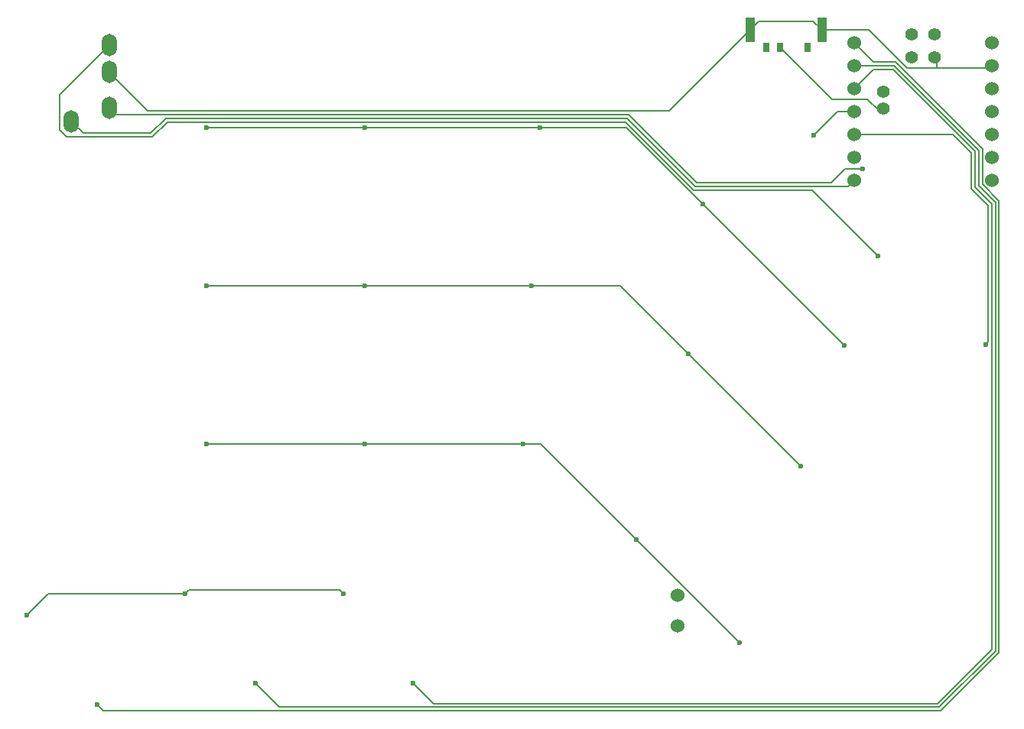
<source format=gtl>
G04 #@! TF.GenerationSoftware,KiCad,Pcbnew,8.0.7*
G04 #@! TF.CreationDate,2024-12-21T19:49:34+01:00*
G04 #@! TF.ProjectId,mint36tt_rev02_R,6d696e74-3336-4747-945f-72657630325f,0.2*
G04 #@! TF.SameCoordinates,Original*
G04 #@! TF.FileFunction,Copper,L1,Top*
G04 #@! TF.FilePolarity,Positive*
%FSLAX46Y46*%
G04 Gerber Fmt 4.6, Leading zero omitted, Abs format (unit mm)*
G04 Created by KiCad (PCBNEW 8.0.7) date 2024-12-21 19:49:34*
%MOMM*%
%LPD*%
G01*
G04 APERTURE LIST*
G04 #@! TA.AperFunction,ComponentPad*
%ADD10C,1.524000*%
G04 #@! TD*
G04 #@! TA.AperFunction,ComponentPad*
%ADD11C,1.397000*%
G04 #@! TD*
G04 #@! TA.AperFunction,ComponentPad*
%ADD12O,1.700000X2.500000*%
G04 #@! TD*
G04 #@! TA.AperFunction,SMDPad,CuDef*
%ADD13R,0.700000X1.000000*%
G04 #@! TD*
G04 #@! TA.AperFunction,SMDPad,CuDef*
%ADD14R,1.000000X2.800000*%
G04 #@! TD*
G04 #@! TA.AperFunction,ViaPad*
%ADD15C,0.600000*%
G04 #@! TD*
G04 #@! TA.AperFunction,Conductor*
%ADD16C,0.200000*%
G04 #@! TD*
G04 APERTURE END LIST*
D10*
X184855000Y-58905000D03*
X184855000Y-61445000D03*
X184855000Y-63985000D03*
X184855000Y-66525000D03*
X184855000Y-69065000D03*
X184855000Y-71605000D03*
X184855000Y-74145000D03*
X200095000Y-74145000D03*
X200095000Y-71605000D03*
X200095000Y-69065000D03*
X200095000Y-66525000D03*
X200095000Y-63985000D03*
X200095000Y-61445000D03*
X200095000Y-58905000D03*
D11*
X191205000Y-57953000D03*
X193745000Y-57953000D03*
X191205000Y-60493000D03*
X193745000Y-60493000D03*
X188030000Y-66208000D03*
X188030000Y-64303000D03*
D12*
X98175000Y-67625000D03*
X102375000Y-59125000D03*
X102375000Y-62125000D03*
X102375000Y-66125000D03*
D10*
X165275000Y-123525000D03*
X165275000Y-120125000D03*
D13*
X179650000Y-59380000D03*
X176650000Y-59380000D03*
X175150000Y-59380000D03*
D14*
X181250000Y-57480000D03*
X173300000Y-57480000D03*
D15*
X101025000Y-132225000D03*
X118525000Y-129850000D03*
X136025000Y-129850000D03*
X180362824Y-69144122D03*
X199379538Y-92325367D03*
X130625000Y-68325000D03*
X183706221Y-92423779D03*
X150017787Y-68297787D03*
X168099450Y-76793779D03*
X113125000Y-68325000D03*
X178930921Y-105799079D03*
X149101907Y-85811907D03*
X113125000Y-85825000D03*
X166460921Y-93329079D03*
X130625000Y-85825000D03*
X148186028Y-103316028D03*
X113125000Y-103325000D03*
X160751893Y-113929660D03*
X172156893Y-125343107D03*
X130625000Y-103325000D03*
X93275000Y-122300000D03*
X110775000Y-119925000D03*
X128275000Y-119925000D03*
X187443941Y-82477294D03*
X185795000Y-72885000D03*
X179650000Y-59380000D03*
D16*
X199033000Y-74584895D02*
X200875000Y-76426895D01*
X186995000Y-61045000D02*
X189455000Y-61045000D01*
X199033000Y-70623000D02*
X199033000Y-74584895D01*
X189455000Y-61045000D02*
X199033000Y-70623000D01*
X200875000Y-126455000D02*
X194430000Y-132900000D01*
X184855000Y-58905000D02*
X186995000Y-61045000D01*
X200875000Y-76426895D02*
X200875000Y-126455000D01*
X101700000Y-132900000D02*
X101025000Y-132225000D01*
X194430000Y-132900000D02*
X101700000Y-132900000D01*
X198633000Y-70788686D02*
X198633000Y-74750581D01*
X200475000Y-126289314D02*
X194264314Y-132500000D01*
X189289314Y-61445000D02*
X198633000Y-70788686D01*
X184855000Y-61445000D02*
X189289314Y-61445000D01*
X198633000Y-74750581D02*
X200475000Y-76592581D01*
X194264314Y-132500000D02*
X121175000Y-132500000D01*
X200475000Y-76592581D02*
X200475000Y-126289314D01*
X121175000Y-132500000D02*
X118525000Y-129850000D01*
X184855000Y-63985000D02*
X186995000Y-61845000D01*
X189123628Y-61845000D02*
X198233000Y-70954372D01*
X138275000Y-132100000D02*
X136025000Y-129850000D01*
X186995000Y-61845000D02*
X189123628Y-61845000D01*
X194098628Y-132100000D02*
X138275000Y-132100000D01*
X200075000Y-76758267D02*
X200075000Y-126123628D01*
X200075000Y-126123628D02*
X194098628Y-132100000D01*
X198233000Y-70954372D02*
X198233000Y-74916267D01*
X198233000Y-74916267D02*
X200075000Y-76758267D01*
X184855000Y-66525000D02*
X182981946Y-66525000D01*
X182981946Y-66525000D02*
X180362824Y-69144122D01*
X199675000Y-76923953D02*
X197833000Y-75081953D01*
X199675000Y-92029905D02*
X199675000Y-76923953D01*
X199379538Y-92325367D02*
X199675000Y-92029905D01*
X197833000Y-75081953D02*
X197833000Y-71120058D01*
X197833000Y-71120058D02*
X195777942Y-69065000D01*
X195777942Y-69065000D02*
X184855000Y-69065000D01*
X159607441Y-68325000D02*
X168076221Y-76793779D01*
X168076221Y-76793779D02*
X183706221Y-92423779D01*
X150045000Y-68325000D02*
X159607441Y-68325000D01*
X113125000Y-68325000D02*
X150045000Y-68325000D01*
X168099450Y-76793779D02*
X168076221Y-76793779D01*
X150017787Y-68297787D02*
X150045000Y-68325000D01*
X166460921Y-93329079D02*
X178930921Y-105799079D01*
X113125000Y-85825000D02*
X149115000Y-85825000D01*
X158956842Y-85825000D02*
X166460921Y-93329079D01*
X149115000Y-85825000D02*
X158956842Y-85825000D01*
X149101907Y-85811907D02*
X149115000Y-85825000D01*
X148195000Y-103325000D02*
X150138786Y-103325000D01*
X148186028Y-103316028D02*
X148195000Y-103325000D01*
X160751893Y-113929660D02*
X160751893Y-113938107D01*
X160751893Y-113938107D02*
X172156893Y-125343107D01*
X150138786Y-103325000D02*
X160751893Y-113938107D01*
X113125000Y-103325000D02*
X148195000Y-103325000D01*
X110775000Y-119925000D02*
X111189500Y-119510500D01*
X93275000Y-122300000D02*
X95650000Y-119925000D01*
X95650000Y-119925000D02*
X110775000Y-119925000D01*
X127860500Y-119510500D02*
X128275000Y-119925000D01*
X111189500Y-119510500D02*
X127860500Y-119510500D01*
X167220814Y-74807000D02*
X184193000Y-74807000D01*
X98175000Y-67625000D02*
X99475000Y-68925000D01*
X99475000Y-68925000D02*
X106975000Y-68925000D01*
X159698814Y-67285000D02*
X167220814Y-74807000D01*
X184193000Y-74807000D02*
X184855000Y-74145000D01*
X108615000Y-67285000D02*
X159698814Y-67285000D01*
X106975000Y-68925000D02*
X108615000Y-67285000D01*
X180173647Y-75207000D02*
X187443941Y-82477294D01*
X107140686Y-69325000D02*
X108780686Y-67685000D01*
X167055128Y-75207000D02*
X180173647Y-75207000D01*
X96875000Y-64625000D02*
X96875000Y-68565000D01*
X96875000Y-68565000D02*
X97635000Y-69325000D01*
X159533128Y-67685000D02*
X167055128Y-75207000D01*
X102375000Y-59125000D02*
X96875000Y-64625000D01*
X108780686Y-67685000D02*
X159533128Y-67685000D01*
X97635000Y-69325000D02*
X107140686Y-69325000D01*
X182343000Y-74407000D02*
X167386500Y-74407000D01*
X167386500Y-74407000D02*
X159864500Y-66885000D01*
X185795000Y-72885000D02*
X183865000Y-72885000D01*
X103135000Y-66885000D02*
X102375000Y-66125000D01*
X183865000Y-72885000D02*
X182343000Y-74407000D01*
X159864500Y-66885000D02*
X103135000Y-66885000D01*
X186306272Y-65155000D02*
X187527472Y-66376200D01*
X182425000Y-65155000D02*
X186306272Y-65155000D01*
X176650000Y-59380000D02*
X182425000Y-65155000D01*
X199845000Y-61695000D02*
X200095000Y-61445000D01*
X193965000Y-60713000D02*
X193959605Y-60707605D01*
X193965000Y-61695000D02*
X199845000Y-61695000D01*
X174255000Y-56525000D02*
X173300000Y-57480000D01*
X164375000Y-66405000D02*
X173300000Y-57480000D01*
X186470000Y-57480000D02*
X190685000Y-61695000D01*
X190685000Y-61695000D02*
X193965000Y-61695000D01*
X180295000Y-56525000D02*
X174255000Y-56525000D01*
X106605000Y-66405000D02*
X164375000Y-66405000D01*
X193965000Y-61695000D02*
X193965000Y-60713000D01*
X181250000Y-57480000D02*
X180295000Y-56525000D01*
X193959605Y-60707605D02*
X193940917Y-60713466D01*
X102375000Y-62125000D02*
X102375000Y-62175000D01*
X181250000Y-57480000D02*
X186470000Y-57480000D01*
X102375000Y-62175000D02*
X106605000Y-66405000D01*
M02*

</source>
